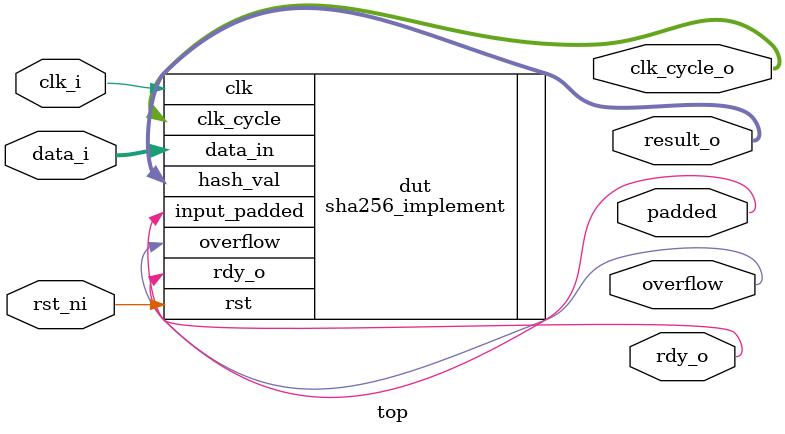
<source format=sv>
module top (
  // inputs
  input logic        clk_i,rst_ni,
  input logic [7:0]  data_i,


  // outputs
  output logic  overflow,padded,rdy_o,
  output logic [6:0] clk_cycle_o,
  output logic [255:0] result_o
);

sha256_implement dut(
	// input
	.clk(clk_i),
	.rst(rst_ni),
	.data_in(data_i),
	// output
	.overflow(overflow),
	.input_padded(padded),
	.rdy_o(rdy_o),
	.clk_cycle(clk_cycle_o),
	.hash_val(result_o)
);


endmodule

</source>
